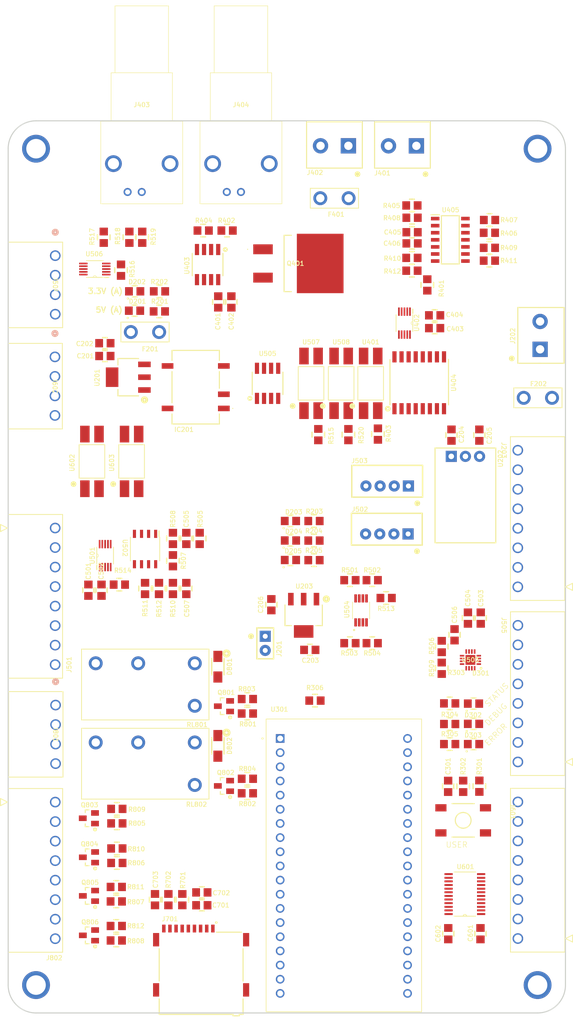
<source format=kicad_pcb>
(kicad_pcb (version 20240108) (generator "pcbnew") (generator_version "8.0")
  (layers (0 "F.Cu" signal) (31 "B.Cu" signal) (34 "B.Paste" user) (35 "F.Paste" user) (36 "B.SilkS" user "B.Silkscreen") (37 "F.SilkS" user "F.Silkscreen") (38 "B.Mask" user) (39 "F.Mask" user) (44 "Edge.Cuts" user))
  (net 0 "")
  (net 1 "/MCU/IO26")
  (net 2 "/IO34")
  (net 3 "VDD")
  (net 4 "Net-(D201-Anode)")
  (net 5 "Net-(D202-Anode)")
  (net 6 "Net-(D203-Anode)")
  (net 7 "Net-(D204-Anode)")
  (net 8 "Net-(D205-Anode)")
  (net 9 "/MCU/IO2")
  (net 10 "Net-(D301-Cathode)")
  (net 11 "/MCU/IO3")
  (net 12 "Net-(D302-Cathode)")
  (net 13 "Net-(D303-Cathode)")
  (net 14 "/MCU/IO25")
  (net 15 "/I2C/decap")
  (net 16 "Net-(D801-Anode)")
  (net 17 "Net-(D802-Anode)")
  (net 18 "Net-(IC201-+VOUT)")
  (net 19 "Net-(F202-Pad1)")
  (net 20 "5VB")
  (net 21 "Net-(Q401-D)")
  (net 26 "HV")
  (net 28 "/IO32")
  (net 29 "/IO33")
  (net 30 "/IO0")
  (net 31 "/IO1")
  (net 32 "/IO22")
  (net 33 "/IO21")
  (net 34 "Net-(U601-A6)")
  (net 35 "Net-(U601-A5)")
  (net 36 "Net-(U601-A7)")
  (net 37 "Net-(U601-A0)")
  (net 38 "Net-(U601-A1)")
  (net 39 "Net-(U601-A4)")
  (net 40 "Net-(U601-A2)")
  (net 41 "Net-(U601-A3)")
  (net 43 "/IO13")
  (net 45 "/IO14")
  (net 46 "/IO23")
  (net 47 "Net-(J701-CD)")
  (net 48 "/IO12")
  (net 49 "Net-(Q401-G)")
  (net 50 "Net-(Q401-S)")
  (net 51 "Net-(Q801-G)")
  (net 52 "Net-(Q802-G)")
  (net 53 "Net-(Q803-G)")
  (net 54 "Net-(Q804-G)")
  (net 55 "Net-(Q805-G)")
  (net 56 "Net-(Q806-G)")
  (net 57 "Net-(U401-E)")
  (net 58 "Net-(U401-Cathode)")
  (net 59 "Net-(R406-Pad2)")
  (net 60 "Net-(R407-Pad1)")
  (net 61 "Net-(R409-Pad1)")
  (net 62 "Net-(R410-Pad1)")
  (net 63 "Net-(R411-Pad1)")
  (net 64 "Net-(U503-ADDR)")
  (net 65 "/I2C/SCL_5V")
  (net 66 "/HV/current_sense")
  (net 67 "/I2C/SDA_5V")
  (net 68 "Net-(U504-EN)")
  (net 69 "/IO35")
  (net 70 "/IO36")
  (net 71 "/IO16")
  (net 72 "/IO17")
  (net 73 "/IO18")
  (net 74 "/IO19")
  (net 75 "GNDA")
  (net 76 "GNDB")
  (net 77 "3.3VA")
  (net 78 "5VA")
  (net 79 "3.3VB")
  (net 80 "Net-(U508-E)")
  (net 81 "Net-(U506-VOUTA)")
  (net 84 "/IO9")
  (net 85 "/IO15")
  (net 86 "/IO10")
  (net 87 "Net-(U506-VOUTB)")
  (net 88 "/IO11")
  (net 89 "/IO4")
  (net 91 "/IO5")
  (net 92 "/IO6")
  (net 93 "/IO39")
  (net 94 "/IO8")
  (net 95 "/IO7")
  (net 97 "12VB")
  (net 98 "/HV/V_amp")
  (net 99 "/HV/e-")
  (net 100 "/HV/SCL_5VK_A")
  (net 104 "Net-(U508-C)")
  (net 105 "Net-(U503-AIN3{slash}GPIO3)")
  (net 107 "/I2C/OUTD")
  (net 108 "/I2C/OUTC")
  (net 109 "/I2C/OUTB_10V")
  (net 110 "/I2C/OUTA_10V")
  (net 111 "/HV/HV_Sense")
  (net 112 "/POWER_CTRL/RL1_NO_1")
  (net 113 "/POWER_CTRL/RL2_NO_1")
  (net 114 "/POWER_CTRL/RL1_NO_2")
  (net 115 "/POWER_CTRL/RL2_NO_2")
  (net 116 "/POWER_CTRL/OD4")
  (net 117 "/POWER_CTRL/OD3")
  (net 118 "/POWER_CTRL/OD2")
  (net 119 "/POWER_CTRL/OD1")
  (net 120 "/HV/CS_A")
  (net 121 "/HV/MISO_A")
  (net 122 "/HV/MOSI_A")
  (net 123 "/I2C/OUTA")
  (net 124 "/I2C/OUTB")
  (net 125 "Net-(U503-AIN7{slash}GPIO7)")
  (net 126 "Net-(U503-AIN2{slash}GPIO2)")
  (net 127 "Net-(U503-AIN4{slash}GPIO4)")
  (net 128 "Net-(U503-AIN0{slash}GPIO0)")
  (net 129 "Net-(U503-AIN6{slash}GPIO6)")
  (net 130 "Net-(U503-AIN1{slash}GPIO1)")
  (net 131 "Net-(U503-AIN5{slash}GPIO5)")
  (net 132 "Net-(U602-C)")
  (net 133 "Net-(U603-C)")
  (net 134 "Net-(U603-E)")
  (net 135 "Net-(U602-E)")
  (net 136 "Net-(U301-EN)")
  (net 137 "Net-(U501-RDY{slash}*BSY)")
  (net 138 "Net-(U507-Cathode)")
  (net 139 "Net-(U506-*LDAC)")
  (net 140 "Net-(U506-RDY{slash}*BSY)")
  (net 141 "/I2C/SCL_A")
  (net 142 "/I2C/SDA_A")
  (net 143 "Net-(U508-Cathode)")
  (net 144 "/IO27")
  (net 147 "Net-(R301-Pad1)")
  (net 148 "Net-(R511-Pad2)")
  (net 149 "Net-(R507-Pad2)")
  (footprint "Resistors:R0805" (layer "F.Cu") (at 99.015 113.842916 90)
    (property "Reference" "R507")
    (property "Value" "RC0805JR-0710KL" (hide yes))
  )
  (footprint "Diodes:LED_0805_RED" (layer "F.Cu") (at 151.925 145.7)
    (property "Reference" "D303")
    (property "Value" "150080RS75000" (hide yes))
  )
  (footprint "Resistors:R0805" (layer "F.Cu") (at 123.3 105.692)
    (property "Reference" "R203")
    (property "Value" "RC0805JR-0733KL" (hide yes))
  )
  (footprint "Resistors:R0805" (layer "F.Cu") (at 151.1 152.25 -90)
    (property "Reference" "R302")
    (property "Value" "RC0805JR-07150RL" (hide yes))
  )
  (footprint "IC:SOIC127P600X175-14N" (layer "F.Cu") (at 148.788 55.26)
    (property "Reference" "U405")
    (property "Value" "MCP6L04T-E/SL" (hide yes))
  )
  (footprint "Resistors:R0805" (layer "F.Cu") (at 125.525 137.9 180)
    (property "Reference" "R306")
    (property "Value" "RC0805JR-0710KL" (hide yes))
  )
  (footprint "Capacitors:C0805" (layer "F.Cu") (at 95.8 172.575 -90)
    (property "Reference" "C703")
    (property "Value" "885012207098" (hide yes))
  )
  (footprint "Connectors:CONN8_2350514-8_TEC" (layer "F.Cu") (at 160.9 117.500002 -90)
    (property "Reference" "J203")
    (property "Value" "2350514-8")
  )
  (footprint "Resistors:R0805" (layer "F.Cu") (at 94.015 118.817916 90)
    (property "Reference" "R511")
    (property "Value" "RC0805JR-0710KL" (hide yes))
  )
  (footprint "Resistors:R0805" (layer "F.Cu") (at 147.25 131.075 -90)
    (property "Reference" "R509")
    (property "Value" "0hms_0.5W" (hide yes))
  )
  (footprint "Capacitors:C0805" (layer "F.Cu") (at 154.25 122.075 -90)
    (property "Reference" "C503")
    (property "Value" "885012107015" (hide yes))
  )
  (footprint "IC:SOIC-8" (layer "F.Cu") (at 105.235 59.7 180)
    (property "Reference" "U403")
    (property "Value" "TMCS1101A3UQDT" (hide yes))
  )
  (footprint "Diodes:SOD-123FL" (layer "F.Cu") (at 107.076728 146.017916 -90)
    (property "Reference" "D802")
    (property "Value" "DSS16U" (hide yes))
  )
  (footprint "Diodes:LED_0805_GREEN" (layer "F.Cu") (at 151.925 138.43884)
    (property "Reference" "D301")
    (property "Value" "150080VS75000" (hide yes))
  )
  (footprint "IC:4-SMD" (layer "F.Cu") (at 91.6 95)
    (property "Reference" "U603")
    (property "Value" "LTV-816S" (hide yes))
  )
  (footprint "Resistors:R0805" (layer "F.Cu") (at 89.975 167.017916 180)
    (property "Reference" "R806")
    (property "Value" "RC0805JR-07330RL" (hide yes))
  )
  (footprint "Resistors:R0805" (layer "F.Cu") (at 131.8 127.6 180)
    (property "Reference" "R503")
    (property "Value" "RC0805JR-074K7L" (hide yes))
  )
  (footprint "Connectors:CONN4_1155650000_TEC" (layer "F.Cu") (at 77.9 58.099998 -90)
    (property "Reference" "J504")
    (property "Value" "2350514-4")
  )
  (footprint "Resistors:R0805" (layer "F.Cu") (at 107.71 53.6)
    (property "Reference" "R402")
    (property "Value" "RC0805JR-07330RL" (hide yes))
  )
  (footprint "Capacitors:C0805" (layer "F.Cu") (at 154 89.263 -90)
    (property "Reference" "C205")
    (property "Value" "885012107018" (hide yes))
  )
  (footprint "Resistors:R0805" (layer "F.Cu") (at 140.875 60.8)
    (property "Reference" "R412")
    (property "Value" "RC0805FR-0747KL" (hide yes))
  )
  (footprint "Relays:ALQ312" (layer "F.Cu") (at 94.05 135.017916 180)
    (property "Reference" "RL801")
    (property "Value" "ALQ312")
  )
  (footprint "IC:SOP50P490X110-10N" (layer "F.Cu") (at 140.558694 70.2 -90)
    (property "Reference" "U402")
    (property "Value" "ADC124S021CIMM" (hide yes))
  )
  (footprint "Resistors:R0805" (layer "F.Cu") (at 89.875 173.917916 180)
    (property "Reference" "R807")
    (property "Value" "RC0805JR-07330RL" (hide yes))
  )
  (footprint "Resistors:R0805" (layer "F.Cu") (at 99.015 118.817916 90)
    (property "Reference" "R510")
    (property "Value" "RC0805JR-072K2L" (hide yes))
  )
  (footprint "Capacitors:C0805" (layer "F.Cu") (at 86.2 119.125 90)
    (property "Reference" "C502")
    (property "Value" "885012107015" (hide yes))
  )
  (footprint "Resistors:R0805" (layer "F.Cu") (at 133.75 127.6)
    (property "Reference" "R504")
    (property "Value" "RC0805JR-074K7L" (hide yes))
  )
  (footprint "Resistors:R0805" (layer "F.Cu") (at 156.825 54 180)
    (property "Reference" "R406")
    (property "Value" "RC0805JR-0710KL" (hide yes))
  )
  (footprint "Resistors:R0805" (layer "F.Cu") (at 86.6 53.775 -90)
    (property "Reference" "R517")
    (property "Value" "RC0805JR-07100KL" (hide yes))
  )
  (footprint "Capacitors:C0805" (layer "F.Cu") (at 103.175 172.3)
    (property "Reference" "C702")
    (property "Value" "885012207098" (hide yes))
  )
  (footprint "Resistors:R0805" (layer "F.Cu") (at 142.925 49.098 180)
    (property "Reference" "R405")
    (property "Value" "ERJ-6ENF1404V" (hide yes))
  )
  (footprint "Capacitors:C0805" (layer "F.Cu") (at 149 89.263 -90)
    (property "Reference" "C204")
    (property "Value" "885012107018" (hide yes))
  )
  (footprint "Capacitors:C0805" (layer "F.Cu") (at 148.421 180.725 90)
    (property "Reference" "C602")
    (property "Value" "885012207098" (hide yes))
  )
  (footprint "Capacitors:C0805" (layer "F.Cu") (at 140.903 53.9)
    (property "Reference" "C405")
    (property "Value" "885012207098" (hide yes))
  )
  (footprint "Diodes:LED_0805_GREEN" (layer "F.Cu") (at 119.075 112.68371)
    (property "Reference" "D205")
    (property "Value" "150080VS75000" (hide yes))
  )
  (footprint "Capacitors:C0805" (layer "F.Cu") (at 105.225 174.6 180)
    (property "Reference" "C701")
    (property "Value" "885012107015" (hide yes))
  )
  (footprint "Resistors:R0805" (layer "F.Cu") (at 99.015 109.842916 90)
    (property "Reference" "R508")
    (property "Value" "RC0805JR-0710KL" (hide yes))
  )
  (footprint "Diodes:LED_0805_GREEN" (layer "F.Cu") (at 91.125 64.49558)
    (property "Reference" "D202")
    (property "Value" "150080VS75000" (hide yes))
  )
  (footprint "Capacitors:C0805" (layer "F.Cu") (at 101.415 118.817916 90)
    (property "Reference" "C507")
    (property "Value" "885012107015" (hide yes))
  )
  (footprint "Connectors:CONN8_2350514-8_TEC" (layer "F.Cu") (at 160.9152 180.570003 -90)
    (property "Reference" "J601")
    (property "Value" "2350514-8")
  )
  (footprint "Resistors:R0805" (layer "F.Cu") (at 91.2 55.825 90)
    (property "Reference" "R518")
    (property "Value" "RC0805JR-074K7L" (hide yes))
  )
  (footprint "Resistors:R0805" (layer "F.Cu") (at 100.7 172.575 -90)
    (property "Reference" "R701")
    (property "Value" "RC0805FR-0747KL" (hide yes))
  )
  (footprint "Connectors:Mounting_Hole_3mm" (layer "F.Cu") (at 164.45 38.917916)
    (property "Reference" "H102" (hide yes))
    (property "Value" "Mounting-Hole-M3" (hide yes))
  )
  (footprint "Connectors:1935161" (layer "F.Cu") (at 140.2 38.4068 180)
    (property "Reference" "J401")
    (property "Value" "1935161" (hide yes))
  )
  (footprint "Resistors:R0805" (layer "F.Cu") (at 156.853 51.702 180)
    (property "Reference" "R407")
    (property "Value" "RC0805JR-0710KL" (hide yes))
  )
  (footprint "Resistors:R0805" (layer "F.Cu") (at 113.4 154.517916 180)
    (property "Reference" "R802")
    (property "Value" "RC0805JR-07330RL" (hide yes))
  )
  (footprint "Capacitors:C0805" (layer "F.Cu") (at 149.55 125.075 -90)
    (property "Reference" "C506")
    (property "Value" "885012107015" (hide yes))
  )
  (footprint "Connectors:RF101KD0050" (layer "F.Cu") (at 111.22 46.68)
    (property "Reference" "J404")
    (property "Value" "RF1-01K-D-00-50-BK-HDW " (hide yes))
  )
  (footprint "Capacitors:C0805" (layer "F.Cu") (at 154.2 180.725 90)
    (property "Reference" "C601")
    (property "Value" "885012207098" (hide yes))
  )
  (footprint "Connectors:CONN8_2350514-8_TEC" (layer "F.Cu") (at 77.8848 106.949995 90)
    (property "Reference" "J501")
    (property "Value" "2350514-8")
  )
  (footprint "Resistors:R0805" (layer "F.Cu") (at 87.825 171.317916)
    (property "Reference" "R811")
    (property "Value" "RC0805JR-0710KL" (hide yes))
  )
  (footprint "Capacitors:C0805" (layer "F.Cu") (at 109.5 67.425 90)
    (property "Reference" "C402")
    (property "Value" "885012207103" (hide yes))
  )
  (footprint "Resistors:R0805" (layer "F.Cu") (at 154.775 56.698)
    (property "Reference" "R409")
    (property "Value" "RC0805JR-0710KL" (hide yes))
  )
  (footprint "IC:SOT-23-3" (layer "F.Cu") (at 83.932398 159.000315 90)
    (property "Reference" "Q803")
    (property "Value" "PMV20XNER" (hide yes))
  )
  (footprint "Connectors:CONN4_1155650000_TEC" (layer "F.Cu") (at 77.9601 138.699996 -90)
    (property "Reference" "J801")
    (property "Value" "2350514-4")
  )
  (footprint "Resistors:R0805" (layer "F.Cu") (at 154 154.275 90)
    (property "Reference" "R301")
    (property "Value" "RC0805JR-074K7L" (hide yes))
  )
  (footprint "Connectors:1935161" (layer "F.Cu") (at 164.9 72.4 90)
    (property "Reference" "J202")
    (property "Value" "1935161" (hide yes))
  )
  (footprint "IC:4-SMD" (layer "F.Cu") (at 123.8 81)
    (property "Reference" "U507")
    (property "Value" "LTV-816S" (hide yes))
  )
  (footprint "Resistors:R0805" (layer "F.Cu") (at 147.65 138.4)
    (property "Reference" "R303")
    (property "Value" "RC0805JR-072K2L" (hide yes))
  )
  (footprint "Resistors:R0805" (layer "F.Cu") (at 113.4 140.217916 180)
    (property "Reference" "R801")
    (property "Value" "RC0805JR-07330RL" (hide yes))
  )
  (footprint "Switches:PTS645_6X6X4_SMD" (layer "F.Cu") (at 151.1 159.374998)
    (property "Reference" "SW301" (hide yes))
    (property "Value" "PTS645SM43SMTR92" (hide yes))
  )
  (footprint "Resistors:R0805" (layer "F.Cu") (at 123.3 109.2)
    (property "Reference" "R204")
    (property "Value" "RC0805FR-075K6L" (hide yes))
  )
  (footprint "Capacitors:C0805" (layer "F.Cu") (at 151.95 122.075 -90)
    (property "Reference" "C504")
    (property "Value" "885012107015" (hide yes))
  )
  (footprint "IC:SOT-23-3" (layer "F.Cu") (at 83.95 166.000315 90)
    (property "Reference" "Q804")
    (property "Value" "PMV20XNER" (hide yes))
  )
  (footprint "Connectors:RF101KD0050" (layer "F.Cu") (at 93.42 46.68)
    (property "Reference" "J403")
    (property "Value" "RF1-01K-D-00-50-BK-HDW " (hide yes))
  )
  (footprint "Connectors:Headers_2.54mm_1X2" (layer "F.Cu") (at 115.575 126.36 -90)
    (property "Reference" "J201")
    (property "Value" "Header_Male_Pin_2.54mm_1X2_,_Unshrouded" (hide yes))
  )
  (footprint "IC:1769205241" (layer "F.Cu") (at 103.1 81.69 90)
    (property "Reference" "IC201")
    (property "Value" "1769205241" (hide yes))
  )
  (footprint "IC:QFN50P300X300X80-17N-D" (layer "F.Cu") (at 152.4 130.6 180)
    (property "Reference" "U503")
    (property "Value" "TLA2528IRTER" (hide yes))
  )
  (footprint "Resistors:R0805" (layer "F.Cu") (at 103.418788 53.6)
    (property "Reference" "R404")
    (property "Value" "RC0805FR-075K6L" (hide yes))
  )
  (footprint "Fuses:TE5_395" (layer "F.Cu") (at 128 47.8)
    (property "Reference" "F401")
    (property "Value" "0698Q6300-01" (hide yes))
  )
  (footprint "Diodes:SOD-123FL" (layer "F.Cu") (at 107.076728 131.817916 -90)
    (property "Reference" "D801")
    (property "Value" "DSS16U" (hide yes))
  )
  (footprint "Connectors:Mounting_Hole_3mm" (layer "F.Cu") (at 74.45 188.917916)
    (property "Reference" "H104" (hide yes))
    (property "Value" "Mounting-Hole-M3" (hide yes))
  )
  (footprint "Connectors:Mounting_Hole_3mm" (layer "F.Cu") (at 74.45 38.917916)
    (property "Reference" "H103" (hide yes))
    (property "Value" "Mounting-Hole-M3" (hide yes))
  )
  (footprint "IC:4-SMD" (layer "F.Cu") (at 129.2 81)
    (property "Reference" "U508")
    (property "Value" "LTV-816S" (hide yes))
  )
  (footprint "Capacitors:C0805" (layer "F.Cu") (at 124.6 128.8 180)
    (property "Reference" "C203")
    (property "Value" "885012107005" (hide yes))
  )
  (footprint "Capacitors:C0805" (layer "F.Cu") (at 147 68.8 180)
    (property "Reference" "C404")
    (property "Value" "885012207103" (hide yes))
  )
  (footprint "Capacitors:C0805" (layer "F.Cu") (at 148.4 152.25 -90)
    (property "Reference" "C301")
    (property "Value" "885012207098" (hide yes))
  )
  (footprint "Capacitors:C0805" (layer "F.Cu") (at 147 71.1 180)
    (property "Reference" "C403")
    (property "Value" "885012207098" (hide yes))
  )
  (footprint "Resistors:R0805" (layer "F.Cu") (at 133.75 116.3)
    (property "Reference" "R502")
    (property "Value" "RC0805JR-074K7L" (hide yes))
  )
  (footprint "IC:SOIC-16-wide" (layer "F.Cu") (at 143.212916 77.4)
    (property "Reference" "U404")
    (property "Value" "ISO7341CQDWQ1" (hide yes))
  )
  (footprint "Resistors:R0805" (layer "F.Cu") (at 156.825 59 180)
    (property "Reference" "R411")
    (property "Value" "RC0805JR-0710KL" (hide yes))
  )
  (footprint "Capacitors:C0805" (layer "F.Cu") (at 116.675 121.725 90)
    (property "Reference" "C206")
    (property "Value" "885012107014" (hide yes))
  )
  (footprint "Resistors:R0805" (layer "F.Cu") (at 111.35 137.617916)
    (property "Reference" "R803")
    (property "Value" "RC0805JR-0710KL" (hide yes))
  )
  (footprint "Resistors:R0805" (layer "F.Cu") (at 142.925 58.498 180)
    (property "Reference" "R410")
    (property "Value" "ERJ-6ENF1404V" (hide yes))
  )
  (footprint "Resistors:R0805" (layer "F.Cu") (at 147.65 145.7)
    (property "Reference" "R305")
    (property "Value" "RC0805JR-072K2L" (hide yes))
  )
  (footprint "Connectors:XH-4A" (layer "F.Cu") (at 141.21 108.0101 180)
    (property "Reference" "J502")
    (property "Value" "XH-4A connector" (hide yes))
  )
  (footprint "IC:SOT-23-3" (layer "F.Cu") (at 108.175 138.900315 90)
    (property "Reference" "Q801")
    (property "Value" "PMV20XNER" (hide yes))
  )
  (footprint "IC:SOP65P490X110-8N" (layer "F.Cu") (at 132.775 121.72 90)
    (property "Reference" "U504")
    (property "Value" "TCA9617BDGKR" (hide yes))
  )
  (footprint "IC:SOT-223-3" (layer "F.Cu") (at 91 79.897693 90)
    (property "Reference" "U201")
    (property "Value" "AZ1117IH-3.3TRG1" (hide yes))
  )
  (footprint "Assembly:IC8_TLV9302IDR_TEX" (layer "F.Cu") (at 94.015 110.717916 -90)
    (property "Reference" "U502")
    (property "Value" "TLV9302IDR")
  )
  (footprint "Connectors:GCT_MEM2075-00-140-01-A" (layer "F.Cu") (at 103.6 190.2)
    (property "Reference" "J701")
    (property "Value" "MEM2075-00-140-01-A")
  )
  (footprint "Connectors:XH-4A" (layer "F.Cu") (at 141.27 99.4101 180)
    (property "Reference" "J503")
    (property "Value" "XH-4A connector" (hide yes))
  )
  (footprint "Resistors:R0805" (layer "F.Cu") (at 131.8 116.3 180)
    (property "Reference" "R501")
    (property "Value" "RC0805JR-074K7L" (hide yes))
  )
  (footprint "Resistors:R0805" (layer "F.Cu") (at 89.975 159.917916 180)
    (property "Reference" "R805")
    (property "Value" "RC0805JR-07330RL" (hide yes))
  )
  (footprint "Resistors:R0805" (layer "F.Cu") (at 93.508 55.825 90)
    (property "Reference" "R519")
    (property "Value" "RC0805JR-074K7L" (hide yes))
  )
  (footprint "Connectors:CONN8_2350514-8_TEC" (layer "F.Cu") (at 160.9152 148.900002 -90)
    (property "Reference" "J505")
    (property "Value" "2350514-8")
  )
  (footprint "Resistors:R0805" (layer "F.Cu") (at 89.7 61.725 90)
    (property "Reference" "R516")
    (property "Value" "RC0805JR-072K2L" (hide yes))
  )
  (footprint "IC:4-SMD" (layer "F.Cu") (at 84.4825 95)
    (property "Reference" "U602")
    (property "Value" "LTV-816S" (hide yes))
  )
  (footprint "Relays:ALQ312" (layer "F.Cu") (at 94.05 149.217916 180)
    (property "Reference" "RL802")
    (property "Value" "ALQ312")
  )
  (footprint "Connectors:CONN4_1155650000_TEC" (layer "F.Cu") (at 77.844901 76.2549 -90)
    (property "Reference" "J602")
    (property "Value" "2350514-4")
  )
  (footprint "Resistors:R0805" (layer "F.Cu") (at 103.815 109.842916 90)
    (property "Reference" "R505")
    (property "Value" "RC0805JR-072K2L" (hide yes))
  )
  (footprint "Resistors:R0805" (layer "F.Cu") (at 95.575 64.5)
    (property "Reference" "R202")
    (property "Value" "RC0805JR-072K2L" (hide yes))
  )
  (footprint "Resistors:R0805" (layer "F.Cu") (at 111.35 151.917916)
    (property "Reference" "R804")
    (property "Value" "RC0805JR-0710KL" (hide yes))
  )
  (footprint "Resistors:R0805" (layer "F.Cu") (at 130.5 89.175 -90)
    (property "Reference" "R520")
    (property "Value" "RC0805JR-072K2L" (hide yes))
  )
  (footprint "Diodes:LED_0805_YELLOW" (layer "F.Cu") (at 151.925 142.06942)
    (property "Reference" "D302")
    (property "Value" "150080YS75000" (hide yes))
  )
  (footprint "Resistors:R0805" (layer "F.Cu") (at 135.8 91.125 90)
    (property "Reference" "R403")
    (property "Value" "RC0805JR-072K2L" (hide yes))
  )
  (footprint "IC:SOT-23-3" (layer "F.Cu") (at 83.95 172.917916 90)
    (property "Reference" "Q805")
    (property "Value" "PMV20XNER" (hide yes))
  )
  (footprint "Connectors:1935161" (layer "F.Cu") (at 128 38.4 180)
    (property "Reference" "J402")
    (property "Value" "1935161" (hide yes))
  )
  (footprint "Resistors:R0805" (layer "F.Cu") (at 88.375 117.1)
    (property "Reference" "R514")
    (property "Value" "RC0805JR-07100KL" (hide yes))
  )
  (footprint "IC:MCB90N12ATP" (layer "F.Cu") (at 123.412501 59.5 180)
    (property "Reference" "Q401")
    (property "Value" "MCB90N12A-TP" (hide yes))
  )
  (footprint "Resistors:R0805" (layer "F.Cu") (at 147.65 142.1)
    (property "Reference" "R304")
    (property "Value" "RC0805JR-072K2L" (hide yes))
  )
  (footprint "Capacitors:C0805" (layer "F.Cu") (at 85.775 76.097693)
    (property "Reference" "C201")
    (property "Value" "885012107005" (hide yes))
  )
  (footprint "Resistors:R0805" (layer "F.Cu") (at 95.55 68.1)
    (property "Reference" "R201")
    (property "Value" "RC0805FR-075K6L" (hide yes))
  )
  (footprint "IC:SOP50P490X110-10N" (layer "F.Cu") (at 85 60.5 180)
    (property "Reference" "U506")
    (property "Value" "MCP4728T-E_UN" (hide yes))
  )
  (footprint "Resistors:R0805" (layer "F.Cu") (at 140.903 51.3)
    (property "Reference" "R408")
    (property "Value" "RC0805FR-0747KL" (hide yes))
  )
  (footprint "Assembly:OKI-78SR_Horizontal" (layer "F.Cu") (at 151.5 94.1)
    (property "Reference" "U202")
    (property "Value" "OKI-78SR-5_1.5-W36H-C" (hide yes))
  )
  (footprint "IC:SOP50P490X110-10N" (layer "F.Cu") (at 86.85 111.892066 90)
    (property "Reference" "U501")
    (property "Value" "MCP4728T-E_UN" (hide yes))
  )
  (footprint "Resistors:R0805" (layer "F.Cu") (at 138.3 119.5 180)
    (property "Reference" "R513")
    (property "Value" "RC0805JR-0710KL" (hide yes))
  )
  (footprint "Capacitors:C0805" (layer "F.Cu") (at 107.146001 67.425 90)
    (property "Reference" "C401")
    (property "Value" "885012207098" (hide yes))
  )
  (footprint "IC:4-SMD" (layer "F.Cu") (at 134.5 81)
    (property "Reference" "U401")
    (property "Value" "LTV-816S" (hide yes))
  )
  (footprint "Capacitors:C0805" (layer "F.Cu") (at 140.903 55.902)
    (property "Reference" "C406")
    (property "Value" "885012207103" (hide yes))
  )
  (footprint "Capacitors:C0805" (layer "F.Cu") (at 101.415 109.842916 90)
    (property "Reference" "C505")
    (property "Value" "885012107015" (hide yes))
  )
  (footprint "IC:SOIC-8" (layer "F.Cu") (at 116 81)
    (property "Reference" "U505")
    (property "Value" "SI8602AC-B-IS" (hide yes))
  )
  (footprint "Resistors:R0805" (layer "F.Cu") (at 87.925 157.317916)
    (property "Reference" "R809")
    (property "Value" "RC0805JR-0710KL" (hide yes))
  )
  (footprint "Resistors:R0805" (layer "F.Cu") (at 87.825 178.317916)
    (property "Reference" "R812")
    (property "Value" "RC0805JR-0710KL" (hide yes))
  )
  (footprint "Resistors:R0805" (layer "F.Cu") (at 87.925 164.417916)
    (property "Reference" "R810")
    (property "Value" "RC0805JR-0710KL" (hide yes))
  )
  (footprint "Assembly:MODULE_ESP32-DEVKITC-32D" (layer "F.Cu") (at 129.6875 164.45)
    (property "Reference" "U301")
    (property "Value" "ESP32-DEVKITC-32D")
  )
  (footprint "IC:SOP65P640X110-24N" (layer "F.Cu") (at 151.4 172.6 180)
    (property "Reference" "U601")
    (property "Value" "74LVC4245APW_118")
  )
  (footprint "Diodes:LED_0805_GREEN" (layer "F.Cu") (at 119.075 109.18371)
    (property "Reference" "D204")
    (property "Value" "150080VS75000" (hide yes))
  )
  (footprint "Resistors:R0805" (layer "F.Cu") (at 147.25 127.175 -90)
    (property "Reference" "R506")
    (property "Value" "0hms_0.5W" (hide yes))
  )
  (footprint "Resistors:R0805" (layer "F.Cu") (at 125.1 89.175 -90)
    (property "Reference" "R515")
    (property "Value" "RC0805JR-072K2L" (hide yes))
  )
  (footprint "Diodes:LED_0805_GREEN" (layer "F.Cu") (at 119.075 105.68371)
    (property "Reference" "D203")
    (property "Value" "150080VS75000" (hide yes))
  )
  (footprint "Fuses:TE5_395" (layer "F.Cu") (at 164.5 83.6 180)
    (property "Reference" "F202")
    (property "Value" "39511000440" (hide yes))
  )
  (footprint "IC:SOT-23-3" (layer "F.Cu") (at 108.175 153.200315 90)
    (property "Reference" "Q802")
    (property "Value" "PMV20XNER" (hide yes))
  )
  (footprint "Diodes:LED_0805_GREEN" (layer "F.Cu") (at 91.1 67.973)
    (property "Reference" "D201")
    (property "Value" "150080VS75000" (hide yes))
  )
  (footprint "Resistors:R0805" (layer "F.Cu") (at 96.515 118.817916 90)
    (property "Reference" "R512")
    (property "Value" "RC0805JR-0710KL" (hide yes))
  )
  (footprint "IC:SOT-23-3" (layer "F.Cu") (at 83.95 180.000315 90)
    (property "Reference" "Q806")
    (property "Value" "PMV20XNER" (hide yes))
  )
  (footprint "Connectors:CONN8_2350514-8_TEC" (layer "F.Cu") (at 77.9 156.099998 90)
    (property "Reference" "J802")
    (property "Value" "2350514-8")
  )
  (footprint "Capacitors:C0805" (layer "F.Cu") (at 85.775 73.797693)
    (property "Reference" "C202")
    (property "Value" "885012107014" (hide yes))
  )
  (footprint "Connectors:Mounting_Hole_3mm" (layer "F.Cu") (at 164.45 188.917916)
    (property "Reference" "H101" (hide yes))
    (property "Value" "Mounting-Hole-M3" (hide yes))
  )
  (footprint "Resistors:R0805" (layer "F.Cu") (at 98.2 174.625 90)
    (property "Reference" "R702")
    (property "Value" "RC0805JR-07150RL" (hide yes))
  )
  (footprint "Resistors:R0805" (layer "F.Cu") (at 89.875 180.917916 180)
    (property "Reference" "R808")
    (property "Value" "RC0805JR-07330RL" (hide yes))
  )
  (footprint "Resistors:R0805" (layer "F.Cu") (at 144.658695 62.325 -90)
    (property "Reference" "R401")
    (property "Value" "RC0805JR-0710KL" (hide yes))
  )
  (footprint "Capacitors:C0805" (layer "F.Cu") (at 83.846 119.125 90)
    (property "Reference" "C501")
    (property "Value" "885012107015" (hide yes))
  )
  (footprint "Resistors:R0805" (layer "F.Cu") (at 123.3 112.708)
    (property "Reference" "R205")
    (property "Value" "RC0805JR-072K2L" (hide yes))
  )
  (footprint "IC:SOT-223-3" (layer "F.Cu") (at 122.472693 122.6 180)
    (property "Reference" "U203")
    (property "Value" "AZ1117IH-3.3TRG1" (hide yes))
  )
  (footprint "Fuses:TE5_395" (layer "F.Cu") (at 94 71.8 180)
    (property "Reference" "F201")
    (property "Value" "39511000440" (hide yes))
  )
  (gr_arc (start 69.45 38.917916) (mid 70.914466 35.382382) (end 74.45 33.917916) (stroke (width 0.2)) (layer "Edge.Cuts"))
  (gr_arc (start 169.45 188.917916) (mid 167.985534 192.45345) (end 164.45 193.917916) (stroke (width 0.2)) (layer "Edge.Cuts"))
  (gr_line (start 169.45 188.917916) (end 169.45 38.917916) (stroke (width 0.2)) (layer "Edge.Cuts"))
  (gr_line (start 74.45 193.917916) (end 164.45 193.917916) (stroke (width 0.2)) (layer "Edge.Cuts"))
  (gr_line (start 69.45 38.917916) (end 69.45 188.917916) (stroke (width 0.2)) (layer "Edge.Cuts"))
  (gr_arc (start 164.45 33.917916) (mid 167.985534 35.382382) (end 169.45 38.917916) (stroke (width 0.2)) (layer "Edge.Cuts"))
  (gr_line (start 164.45 33.917916) (end 74.45 33.917916) (stroke (width 0.2)) (layer "Edge.Cuts"))
  (gr_arc (start 74.45 193.917916) (mid 70.914466 192.45345) (end 69.45 188.917916) (stroke (width 0.2)) (layer "Edge.Cuts"))
  (gr_text "ERROR" (at 155.6 146.2 45) (layer "F.SilkS") (effects (font (size 1 1) (thickness 0.1)) (justify left bottom)))
  (gr_text "DEBUG" (at 155.6 142.6 45) (layer "F.SilkS") (effects (font (size 1 1) (thickness 0.1)) (justify left bottom)))
  (gr_text "STATUS" (at 155.6 139.2 45) (layer "F.SilkS") (effects (font (size 1 1) (thickness 0.1)) (justify left bottom)))
  (gr_text "3.3V (A)" (at 83.66 65.05 0) (layer "F.SilkS") (effects (font (size 1 1) (thickness 0.2) (bold yes)) (justify left bottom)))
  (gr_text "5V (A)" (at 85.05 68.4 0) (layer "F.SilkS") (effects (font (size 1 1) (thickness 0.2) (bold yes)) (justify left bottom)))
  (gr_text "USER" (at 147.92 164.337916 0) (layer "F.SilkS") (effects (font (size 1 1) (thickness 0.1)) (justify left bottom)))
)
</source>
